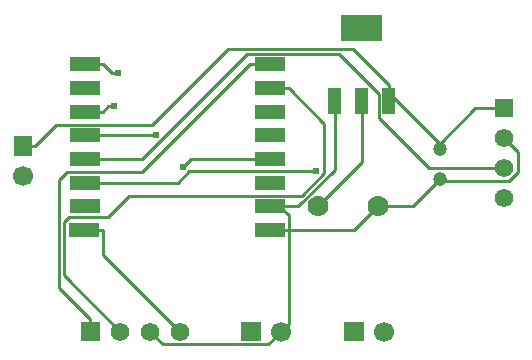
<source format=gtl>
G04 Layer: TopLayer*
G04 EasyEDA v6.4.22, 2021-09-03T00:44:02+03:00*
G04 f01e111bf81b4bed8990e141baadd79c,e35e2ce9ff7a437f96666ecb9555ba6e,10*
G04 Gerber Generator version 0.2*
G04 Scale: 100 percent, Rotated: No, Reflected: No *
G04 Dimensions in millimeters *
G04 leading zeros omitted , absolute positions ,4 integer and 5 decimal *
%FSLAX45Y45*%
%MOMM*%

%ADD10C,0.2540*%
%ADD11C,0.6100*%
%ADD12R,2.6000X1.2000*%
%ADD15R,1.5748X1.5748*%
%ADD16C,1.5748*%
%ADD17C,1.1938*%
%ADD18C,1.7780*%
%ADD20C,1.7000*%
%ADD21R,1.5748X1.7000*%

%LPD*%
D10*
X3216760Y2500409D02*
G01*
X3770403Y2500409D01*
X3975102Y2705107D01*
X3149602Y1638307D02*
G01*
X3216760Y1705465D01*
X3216760Y2500409D01*
X3137715Y2700408D02*
G01*
X3216760Y2621363D01*
X3216760Y2500409D01*
X3137715Y2700408D02*
G01*
X3216760Y2700408D01*
X3058645Y2700408D02*
G01*
X3137715Y2700408D01*
X3216760Y2700408D02*
G01*
X3296592Y2700408D01*
X3605405Y3009221D01*
X3605405Y3589027D01*
X5041902Y3276607D02*
G01*
X5158310Y3160199D01*
X5158310Y2986895D01*
X5086073Y2914657D01*
X4514852Y2914657D01*
X4495802Y2933707D01*
X3975102Y2705107D02*
G01*
X4267202Y2705107D01*
X4495802Y2933707D01*
X2044702Y1638307D02*
G01*
X2151585Y1531424D01*
X3042719Y1531424D01*
X3149602Y1638307D01*
X3058645Y2500409D02*
G01*
X3216760Y2500409D01*
X2326388Y3033224D02*
G01*
X2393571Y3100407D01*
X3058645Y3100407D01*
X3058645Y3700406D02*
G01*
X3216760Y3700406D01*
X3216760Y3700406D02*
G01*
X3519528Y3397638D01*
X3519528Y2981154D01*
X3326894Y2788521D01*
X1864057Y2788521D01*
X1686435Y2610899D01*
X1355956Y2610899D01*
X1311404Y2566347D01*
X1311404Y2117605D01*
X1790702Y1638307D01*
X3058645Y3900406D02*
G01*
X2888998Y3900406D01*
X1977138Y2988546D01*
X1336118Y2988546D01*
X1270535Y2922963D01*
X1270535Y2011332D01*
X1536702Y1745165D01*
X1536702Y1638307D02*
G01*
X1536702Y1745165D01*
X1488442Y3900406D02*
G01*
X1646557Y3900406D01*
X1769315Y3825882D02*
G01*
X1721081Y3825882D01*
X1646557Y3900406D01*
X1488442Y3500407D02*
G01*
X1646557Y3500407D01*
X1740766Y3544323D02*
G01*
X1690474Y3544323D01*
X1646557Y3500407D01*
X3835402Y3589027D02*
G01*
X3835402Y3073407D01*
X3467102Y2705107D01*
X1487934Y2500409D02*
G01*
X1646049Y2500409D01*
X2298702Y1638307D02*
G01*
X1646049Y2290960D01*
X1646049Y2500409D01*
X2094638Y3300407D02*
G01*
X1488442Y3300407D01*
X1488442Y3100407D02*
G01*
X1977544Y3100407D01*
X2865655Y3988518D01*
X3643276Y3988518D01*
X3982265Y3649530D01*
X3982265Y3448591D01*
X4408248Y3022607D01*
X5041902Y3022607D01*
X1488442Y2900408D02*
G01*
X2276502Y2900408D01*
X2370482Y2994388D01*
X3449830Y2994388D01*
X4495802Y3227687D02*
G01*
X4495802Y3187707D01*
X4065399Y3658090D02*
G01*
X4495802Y3227687D01*
X5041902Y3530607D02*
G01*
X4798722Y3530607D01*
X4495802Y3227687D01*
X4065399Y3727152D02*
G01*
X3763139Y4029412D01*
X2704467Y4029412D01*
X2063600Y3388545D01*
X1247498Y3388545D01*
X1072060Y3213107D01*
X4065399Y3658090D02*
G01*
X4065399Y3727152D01*
X4065399Y3589027D02*
G01*
X4065399Y3658090D01*
X965202Y3213107D02*
G01*
X1072060Y3213107D01*
D12*
G01*
X3058668Y2500401D03*
G01*
X3058668Y2700401D03*
G01*
X3058668Y2900400D03*
G01*
X3058668Y3100400D03*
G01*
X3058668Y3300399D03*
G01*
X3058668Y3500399D03*
G01*
X3058668Y3700424D03*
G01*
X3058668Y3900423D03*
G01*
X1488465Y3900423D03*
G01*
X1488465Y3700424D03*
G01*
X1488465Y3500399D03*
G01*
X1488465Y3300399D03*
G01*
X1488465Y3100400D03*
G01*
X1488465Y2900400D03*
G01*
X1488465Y2700401D03*
G01*
X1487957Y2500401D03*
G36*
X3660399Y4318779D02*
G01*
X4010400Y4318779D01*
X4010400Y4098780D01*
X3660399Y4098780D01*
G37*
G36*
X4010400Y3699019D02*
G01*
X4120400Y3699019D01*
X4120400Y3479020D01*
X4010400Y3479020D01*
G37*
G36*
X3780398Y3699019D02*
G01*
X3890401Y3699019D01*
X3890401Y3479020D01*
X3780398Y3479020D01*
G37*
G36*
X3550399Y3699019D02*
G01*
X3660399Y3699019D01*
X3660399Y3479020D01*
X3550399Y3479020D01*
G37*
D15*
G01*
X5041900Y3530600D03*
D16*
G01*
X5041900Y3276600D03*
G01*
X5041900Y3022600D03*
G01*
X5041900Y2768600D03*
D17*
G01*
X4495800Y2933700D03*
G01*
X4495800Y3187700D03*
D18*
G01*
X3467100Y2705100D03*
G01*
X3975100Y2705100D03*
G36*
X2810601Y1717039D02*
G01*
X2980601Y1717039D01*
X2980601Y1559560D01*
X2810601Y1559560D01*
G37*
D20*
G01*
X3149600Y1638300D03*
G36*
X3686901Y1717039D02*
G01*
X3856901Y1717039D01*
X3856901Y1559560D01*
X3686901Y1559560D01*
G37*
G01*
X4025900Y1638300D03*
D21*
G01*
X965200Y3213100D03*
D20*
G01*
X965200Y2959100D03*
G36*
X1457960Y1717039D02*
G01*
X1615439Y1717039D01*
X1615439Y1559560D01*
X1457960Y1559560D01*
G37*
D16*
G01*
X1790700Y1638300D03*
G01*
X2044700Y1638300D03*
G01*
X2298700Y1638300D03*
D11*
G01*
X2326386Y3033217D03*
G01*
X1769313Y3825875D03*
G01*
X1740763Y3544315D03*
G01*
X2094636Y3300399D03*
G01*
X3449827Y2994380D03*
M02*

</source>
